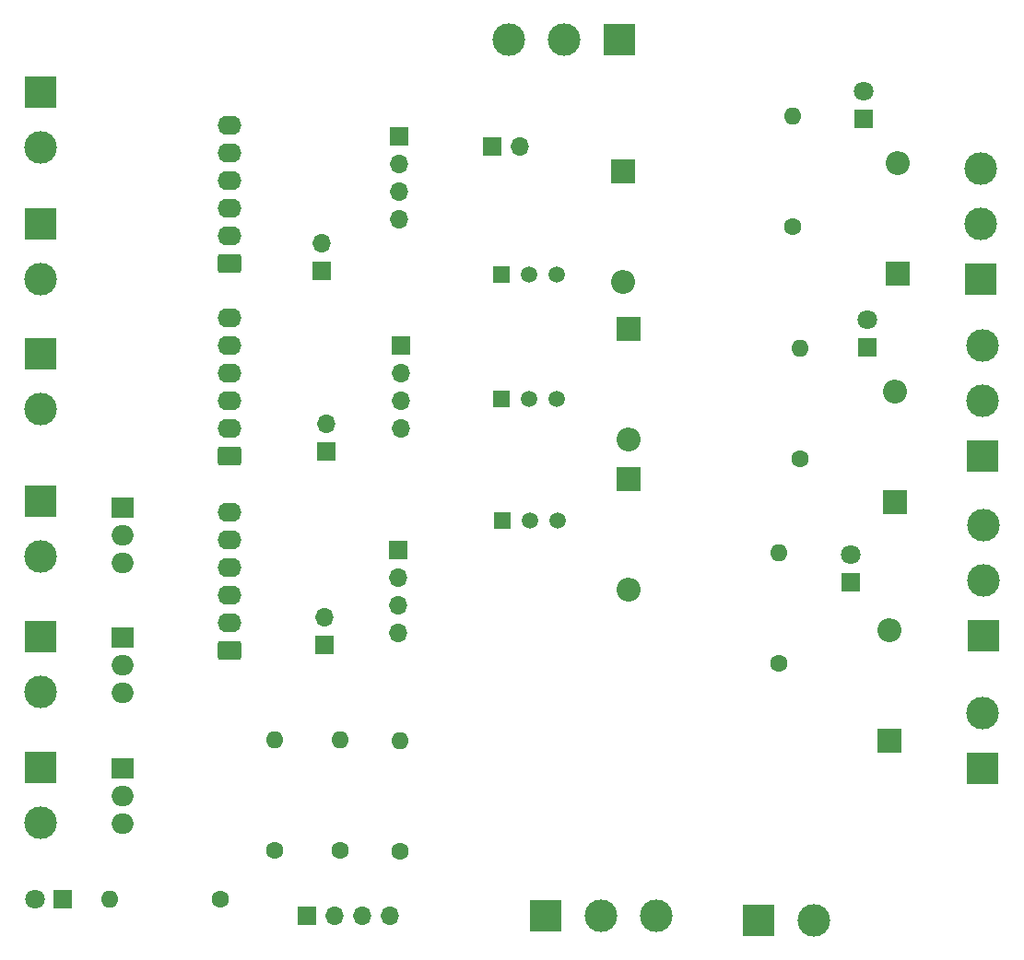
<source format=gtl>
%TF.GenerationSoftware,KiCad,Pcbnew,8.0.7*%
%TF.CreationDate,2025-02-15T00:34:58+01:00*%
%TF.ProjectId,main_board_proto,6d61696e-5f62-46f6-9172-645f70726f74,rev?*%
%TF.SameCoordinates,Original*%
%TF.FileFunction,Copper,L1,Top*%
%TF.FilePolarity,Positive*%
%FSLAX46Y46*%
G04 Gerber Fmt 4.6, Leading zero omitted, Abs format (unit mm)*
G04 Created by KiCad (PCBNEW 8.0.7) date 2025-02-15 00:34:58*
%MOMM*%
%LPD*%
G01*
G04 APERTURE LIST*
G04 Aperture macros list*
%AMRoundRect*
0 Rectangle with rounded corners*
0 $1 Rounding radius*
0 $2 $3 $4 $5 $6 $7 $8 $9 X,Y pos of 4 corners*
0 Add a 4 corners polygon primitive as box body*
4,1,4,$2,$3,$4,$5,$6,$7,$8,$9,$2,$3,0*
0 Add four circle primitives for the rounded corners*
1,1,$1+$1,$2,$3*
1,1,$1+$1,$4,$5*
1,1,$1+$1,$6,$7*
1,1,$1+$1,$8,$9*
0 Add four rect primitives between the rounded corners*
20,1,$1+$1,$2,$3,$4,$5,0*
20,1,$1+$1,$4,$5,$6,$7,0*
20,1,$1+$1,$6,$7,$8,$9,0*
20,1,$1+$1,$8,$9,$2,$3,0*%
G04 Aperture macros list end*
%TA.AperFunction,ComponentPad*%
%ADD10C,1.600000*%
%TD*%
%TA.AperFunction,ComponentPad*%
%ADD11O,1.600000X1.600000*%
%TD*%
%TA.AperFunction,ComponentPad*%
%ADD12R,1.700000X1.700000*%
%TD*%
%TA.AperFunction,ComponentPad*%
%ADD13O,1.700000X1.700000*%
%TD*%
%TA.AperFunction,ComponentPad*%
%ADD14R,3.000000X3.000000*%
%TD*%
%TA.AperFunction,ComponentPad*%
%ADD15C,3.000000*%
%TD*%
%TA.AperFunction,ComponentPad*%
%ADD16R,2.200000X2.200000*%
%TD*%
%TA.AperFunction,ComponentPad*%
%ADD17O,2.200000X2.200000*%
%TD*%
%TA.AperFunction,ComponentPad*%
%ADD18R,1.800000X1.800000*%
%TD*%
%TA.AperFunction,ComponentPad*%
%ADD19C,1.800000*%
%TD*%
%TA.AperFunction,ComponentPad*%
%ADD20R,2.000000X1.905000*%
%TD*%
%TA.AperFunction,ComponentPad*%
%ADD21O,2.000000X1.905000*%
%TD*%
%TA.AperFunction,ComponentPad*%
%ADD22RoundRect,0.250000X0.845000X-0.620000X0.845000X0.620000X-0.845000X0.620000X-0.845000X-0.620000X0*%
%TD*%
%TA.AperFunction,ComponentPad*%
%ADD23O,2.190000X1.740000*%
%TD*%
%TA.AperFunction,ComponentPad*%
%ADD24R,1.500000X1.500000*%
%TD*%
%TA.AperFunction,ComponentPad*%
%ADD25C,1.500000*%
%TD*%
G04 APERTURE END LIST*
D10*
%TO.P,R107,1*%
%TO.N,Net-(J121-Pin_2)*%
X72500000Y-124500000D03*
D11*
%TO.P,R107,2*%
%TO.N,GND*%
X72500000Y-114340000D03*
%TD*%
D12*
%TO.P,J110,1,Pin_1*%
%TO.N,Net-(J110-Pin_1)*%
X77241000Y-87894000D03*
D13*
%TO.P,J110,2,Pin_2*%
%TO.N,Net-(J110-Pin_2)*%
X77241000Y-85354000D03*
%TD*%
D14*
%TO.P,J111,1,Pin_1*%
%TO.N,+12V*%
X137500000Y-88298000D03*
D15*
%TO.P,J111,2,Pin_2*%
%TO.N,GND*%
X137500000Y-83218000D03*
%TO.P,J111,3,Pin_3*%
%TO.N,Net-(D103-A)*%
X137500000Y-78138000D03*
%TD*%
D14*
%TO.P,J102,1,Pin_1*%
%TO.N,Net-(J102-Pin_1)*%
X51000000Y-66920000D03*
D15*
%TO.P,J102,2,Pin_2*%
%TO.N,Net-(J102-Pin_2)*%
X51000000Y-72000000D03*
%TD*%
D16*
%TO.P,D101,1,K*%
%TO.N,+5V*%
X128991000Y-114460000D03*
D17*
%TO.P,D101,2,A*%
%TO.N,Net-(D101-A)*%
X128991000Y-104300000D03*
%TD*%
D14*
%TO.P,J120,1,Pin_1*%
%TO.N,+12V*%
X104160000Y-50000000D03*
D15*
%TO.P,J120,2,Pin_2*%
%TO.N,GND*%
X99080000Y-50000000D03*
%TO.P,J120,3,Pin_3*%
%TO.N,+5V*%
X94000000Y-50000000D03*
%TD*%
D10*
%TO.P,R101,1*%
%TO.N,GND*%
X118831000Y-107348000D03*
D11*
%TO.P,R101,2*%
%TO.N,Net-(D102-K)*%
X118831000Y-97188000D03*
%TD*%
D12*
%TO.P,J109,1,Pin_1*%
%TO.N,Net-(J107-Pin_4)*%
X83947000Y-58928000D03*
D13*
%TO.P,J109,2,Pin_2*%
%TO.N,Net-(J107-Pin_3)*%
X83947000Y-61468000D03*
%TO.P,J109,3,Pin_3*%
%TO.N,Net-(J106-Pin_2)*%
X83947000Y-64008000D03*
%TO.P,J109,4,Pin_4*%
%TO.N,Net-(J106-Pin_1)*%
X83947000Y-66548000D03*
%TD*%
D18*
%TO.P,D106,1,K*%
%TO.N,Net-(D106-K)*%
X126578000Y-57310000D03*
D19*
%TO.P,D106,2,A*%
%TO.N,Net-(D105-A)*%
X126578000Y-54770000D03*
%TD*%
D20*
%TO.P,Q102,1,G*%
%TO.N,Net-(J121-Pin_3)*%
X58500000Y-105000000D03*
D21*
%TO.P,Q102,2,D*%
%TO.N,Net-(J123-Pin_1)*%
X58500000Y-107540000D03*
%TO.P,Q102,3,S*%
%TO.N,GND*%
X58500000Y-110080000D03*
%TD*%
D10*
%TO.P,R104,1*%
%TO.N,Net-(J121-Pin_4)*%
X84000000Y-124580000D03*
D11*
%TO.P,R104,2*%
%TO.N,GND*%
X84000000Y-114420000D03*
%TD*%
D14*
%TO.P,J119,1,Pin_1*%
%TO.N,+12V*%
X97340000Y-130500000D03*
D15*
%TO.P,J119,2,Pin_2*%
%TO.N,GND*%
X102420000Y-130500000D03*
%TO.P,J119,3,Pin_3*%
%TO.N,+5V*%
X107500000Y-130500000D03*
%TD*%
D14*
%TO.P,J114,1,Pin_1*%
%TO.N,+12V*%
X137373000Y-72042000D03*
D15*
%TO.P,J114,2,Pin_2*%
%TO.N,GND*%
X137373000Y-66962000D03*
%TO.P,J114,3,Pin_3*%
%TO.N,Net-(D105-A)*%
X137373000Y-61882000D03*
%TD*%
D22*
%TO.P,J115,1,Pin_1*%
%TO.N,Net-(J103-Pin_2)*%
X68326000Y-106172000D03*
D23*
%TO.P,J115,2,Pin_2*%
%TO.N,+5VA*%
X68326000Y-103632000D03*
%TO.P,J115,3,Pin_3*%
%TO.N,Net-(J115-Pin_3)*%
X68326000Y-101092000D03*
%TO.P,J115,4,Pin_4*%
%TO.N,Net-(J115-Pin_4)*%
X68326000Y-98552000D03*
%TO.P,J115,5,Pin_5*%
%TO.N,GND*%
X68326000Y-96012000D03*
%TO.P,J115,6,Pin_6*%
%TO.N,Net-(J103-Pin_1)*%
X68326000Y-93472000D03*
%TD*%
D16*
%TO.P,D105,1,K*%
%TO.N,+5V*%
X129753000Y-71534000D03*
D17*
%TO.P,D105,2,A*%
%TO.N,Net-(D105-A)*%
X129753000Y-61374000D03*
%TD*%
D22*
%TO.P,J107,1,Pin_1*%
%TO.N,Net-(J101-Pin_2)*%
X68326000Y-70612000D03*
D23*
%TO.P,J107,2,Pin_2*%
%TO.N,+5VA*%
X68326000Y-68072000D03*
%TO.P,J107,3,Pin_3*%
%TO.N,Net-(J107-Pin_3)*%
X68326000Y-65532000D03*
%TO.P,J107,4,Pin_4*%
%TO.N,Net-(J107-Pin_4)*%
X68326000Y-62992000D03*
%TO.P,J107,5,Pin_5*%
%TO.N,GND*%
X68326000Y-60452000D03*
%TO.P,J107,6,Pin_6*%
%TO.N,Net-(J101-Pin_1)*%
X68326000Y-57912000D03*
%TD*%
D20*
%TO.P,Q103,1,G*%
%TO.N,Net-(J121-Pin_2)*%
X58500000Y-117000000D03*
D21*
%TO.P,Q103,2,D*%
%TO.N,Net-(J124-Pin_1)*%
X58500000Y-119540000D03*
%TO.P,Q103,3,S*%
%TO.N,GND*%
X58500000Y-122080000D03*
%TD*%
D18*
%TO.P,D104,1,K*%
%TO.N,Net-(D104-K)*%
X126959000Y-78265000D03*
D19*
%TO.P,D104,2,A*%
%TO.N,Net-(D103-A)*%
X126959000Y-75725000D03*
%TD*%
D20*
%TO.P,Q101,1,G*%
%TO.N,Net-(J121-Pin_4)*%
X58500000Y-93000000D03*
D21*
%TO.P,Q101,2,D*%
%TO.N,Net-(J122-Pin_1)*%
X58500000Y-95540000D03*
%TO.P,Q101,3,S*%
%TO.N,GND*%
X58500000Y-98080000D03*
%TD*%
D24*
%TO.P,U103,1,Vin*%
%TO.N,+12V*%
X93420000Y-94234000D03*
D25*
%TO.P,U103,2,GND*%
%TO.N,GND*%
X95960000Y-94234000D03*
%TO.P,U103,3,Vout*%
%TO.N,Net-(D110-A)*%
X98500000Y-94234000D03*
%TD*%
D14*
%TO.P,J103,1,Pin_1*%
%TO.N,Net-(J103-Pin_1)*%
X51000000Y-78920000D03*
D15*
%TO.P,J103,2,Pin_2*%
%TO.N,Net-(J103-Pin_2)*%
X51000000Y-84000000D03*
%TD*%
D12*
%TO.P,J113,1,Pin_1*%
%TO.N,Net-(J112-Pin_4)*%
X84099000Y-78115000D03*
D13*
%TO.P,J113,2,Pin_2*%
%TO.N,Net-(J112-Pin_3)*%
X84099000Y-80655000D03*
%TO.P,J113,3,Pin_3*%
%TO.N,Net-(J110-Pin_2)*%
X84099000Y-83195000D03*
%TO.P,J113,4,Pin_4*%
%TO.N,Net-(J110-Pin_1)*%
X84099000Y-85735000D03*
%TD*%
D22*
%TO.P,J112,1,Pin_1*%
%TO.N,Net-(J102-Pin_2)*%
X68351000Y-88275000D03*
D23*
%TO.P,J112,2,Pin_2*%
%TO.N,+5VA*%
X68351000Y-85735000D03*
%TO.P,J112,3,Pin_3*%
%TO.N,Net-(J112-Pin_3)*%
X68351000Y-83195000D03*
%TO.P,J112,4,Pin_4*%
%TO.N,Net-(J112-Pin_4)*%
X68351000Y-80655000D03*
%TO.P,J112,5,Pin_5*%
%TO.N,GND*%
X68351000Y-78115000D03*
%TO.P,J112,6,Pin_6*%
%TO.N,Net-(J102-Pin_1)*%
X68351000Y-75575000D03*
%TD*%
D16*
%TO.P,D109,1,K*%
%TO.N,+5VA*%
X105000000Y-76581000D03*
D17*
%TO.P,D109,2,A*%
%TO.N,Net-(D109-A)*%
X105000000Y-86741000D03*
%TD*%
D16*
%TO.P,D110,1,K*%
%TO.N,+5VA*%
X105000000Y-90420000D03*
D17*
%TO.P,D110,2,A*%
%TO.N,Net-(D110-A)*%
X105000000Y-100580000D03*
%TD*%
D14*
%TO.P,J104,1,Pin_1*%
%TO.N,Net-(J104-Pin_1)*%
X137500000Y-117000000D03*
D15*
%TO.P,J104,2,Pin_2*%
%TO.N,+12V*%
X137500000Y-111920000D03*
%TD*%
D14*
%TO.P,J108,1,Pin_1*%
%TO.N,+12V*%
X137627000Y-104808000D03*
D15*
%TO.P,J108,2,Pin_2*%
%TO.N,GND*%
X137627000Y-99728000D03*
%TO.P,J108,3,Pin_3*%
%TO.N,Net-(D101-A)*%
X137627000Y-94648000D03*
%TD*%
D12*
%TO.P,J121,1,Pin_1*%
%TO.N,Net-(J121-Pin_1)*%
X75460000Y-130500000D03*
D13*
%TO.P,J121,2,Pin_2*%
%TO.N,Net-(J121-Pin_2)*%
X78000000Y-130500000D03*
%TO.P,J121,3,Pin_3*%
%TO.N,Net-(J121-Pin_3)*%
X80540000Y-130500000D03*
%TO.P,J121,4,Pin_4*%
%TO.N,Net-(J121-Pin_4)*%
X83080000Y-130500000D03*
%TD*%
D10*
%TO.P,R102,1*%
%TO.N,GND*%
X120736000Y-88552000D03*
D11*
%TO.P,R102,2*%
%TO.N,Net-(D104-K)*%
X120736000Y-78392000D03*
%TD*%
D14*
%TO.P,J101,1,Pin_1*%
%TO.N,Net-(J101-Pin_1)*%
X51000000Y-54840000D03*
D15*
%TO.P,J101,2,Pin_2*%
%TO.N,Net-(J101-Pin_2)*%
X51000000Y-59920000D03*
%TD*%
D12*
%TO.P,J117,1,Pin_1*%
%TO.N,Net-(J116-Pin_4)*%
X77089000Y-105664000D03*
D13*
%TO.P,J117,2,Pin_2*%
%TO.N,Net-(J116-Pin_3)*%
X77089000Y-103124000D03*
%TD*%
D14*
%TO.P,J123,1,Pin_1*%
%TO.N,Net-(J123-Pin_1)*%
X51000000Y-104920000D03*
D15*
%TO.P,J123,2,Pin_2*%
%TO.N,+12V*%
X51000000Y-110000000D03*
%TD*%
D10*
%TO.P,R103,1*%
%TO.N,GND*%
X120101000Y-67216000D03*
D11*
%TO.P,R103,2*%
%TO.N,Net-(D106-K)*%
X120101000Y-57056000D03*
%TD*%
D24*
%TO.P,U102,1,Vin*%
%TO.N,+12V*%
X93293000Y-83058000D03*
D25*
%TO.P,U102,2,GND*%
%TO.N,GND*%
X95833000Y-83058000D03*
%TO.P,U102,3,Vout*%
%TO.N,Net-(D109-A)*%
X98373000Y-83058000D03*
%TD*%
D14*
%TO.P,J105,1,Pin_1*%
%TO.N,GND*%
X116960000Y-131000000D03*
D15*
%TO.P,J105,2,Pin_2*%
%TO.N,Net-(J104-Pin_1)*%
X122040000Y-131000000D03*
%TD*%
D12*
%TO.P,J118,1,Pin_1*%
%TO.N,GND*%
X92460000Y-59817000D03*
D13*
%TO.P,J118,2,Pin_2*%
%TO.N,+5VA*%
X95000000Y-59817000D03*
%TD*%
D14*
%TO.P,J124,1,Pin_1*%
%TO.N,Net-(J124-Pin_1)*%
X51000000Y-116920000D03*
D15*
%TO.P,J124,2,Pin_2*%
%TO.N,+12V*%
X51000000Y-122000000D03*
%TD*%
D10*
%TO.P,R106,1*%
%TO.N,Net-(J121-Pin_3)*%
X78500000Y-124500000D03*
D11*
%TO.P,R106,2*%
%TO.N,GND*%
X78500000Y-114340000D03*
%TD*%
D18*
%TO.P,D107,1,K*%
%TO.N,GND*%
X53040000Y-129000000D03*
D19*
%TO.P,D107,2,A*%
%TO.N,Net-(D107-A)*%
X50500000Y-129000000D03*
%TD*%
D16*
%TO.P,D103,1,K*%
%TO.N,+5V*%
X129499000Y-92489000D03*
D17*
%TO.P,D103,2,A*%
%TO.N,Net-(D103-A)*%
X129499000Y-82329000D03*
%TD*%
D24*
%TO.P,U101,1,Vin*%
%TO.N,+12V*%
X93293000Y-71628000D03*
D25*
%TO.P,U101,2,GND*%
%TO.N,GND*%
X95833000Y-71628000D03*
%TO.P,U101,3,Vout*%
%TO.N,Net-(D108-A)*%
X98373000Y-71628000D03*
%TD*%
D12*
%TO.P,J106,1,Pin_1*%
%TO.N,Net-(J106-Pin_1)*%
X76835000Y-71247000D03*
D13*
%TO.P,J106,2,Pin_2*%
%TO.N,Net-(J106-Pin_2)*%
X76835000Y-68707000D03*
%TD*%
D18*
%TO.P,D102,1,K*%
%TO.N,Net-(D102-K)*%
X125435000Y-99855000D03*
D19*
%TO.P,D102,2,A*%
%TO.N,Net-(D101-A)*%
X125435000Y-97315000D03*
%TD*%
D12*
%TO.P,J116,1,Pin_1*%
%TO.N,Net-(J115-Pin_4)*%
X83820000Y-96901000D03*
D13*
%TO.P,J116,2,Pin_2*%
%TO.N,Net-(J115-Pin_3)*%
X83820000Y-99441000D03*
%TO.P,J116,3,Pin_3*%
%TO.N,Net-(J116-Pin_3)*%
X83820000Y-101981000D03*
%TO.P,J116,4,Pin_4*%
%TO.N,Net-(J116-Pin_4)*%
X83820000Y-104521000D03*
%TD*%
D10*
%TO.P,R105,1*%
%TO.N,Net-(J121-Pin_1)*%
X67500000Y-129000000D03*
D11*
%TO.P,R105,2*%
%TO.N,Net-(D107-A)*%
X57340000Y-129000000D03*
%TD*%
D14*
%TO.P,J122,1,Pin_1*%
%TO.N,Net-(J122-Pin_1)*%
X51000000Y-92420000D03*
D15*
%TO.P,J122,2,Pin_2*%
%TO.N,+12V*%
X51000000Y-97500000D03*
%TD*%
D16*
%TO.P,D108,1,K*%
%TO.N,+5VA*%
X104500000Y-62103000D03*
D17*
%TO.P,D108,2,A*%
%TO.N,Net-(D108-A)*%
X104500000Y-72263000D03*
%TD*%
M02*

</source>
